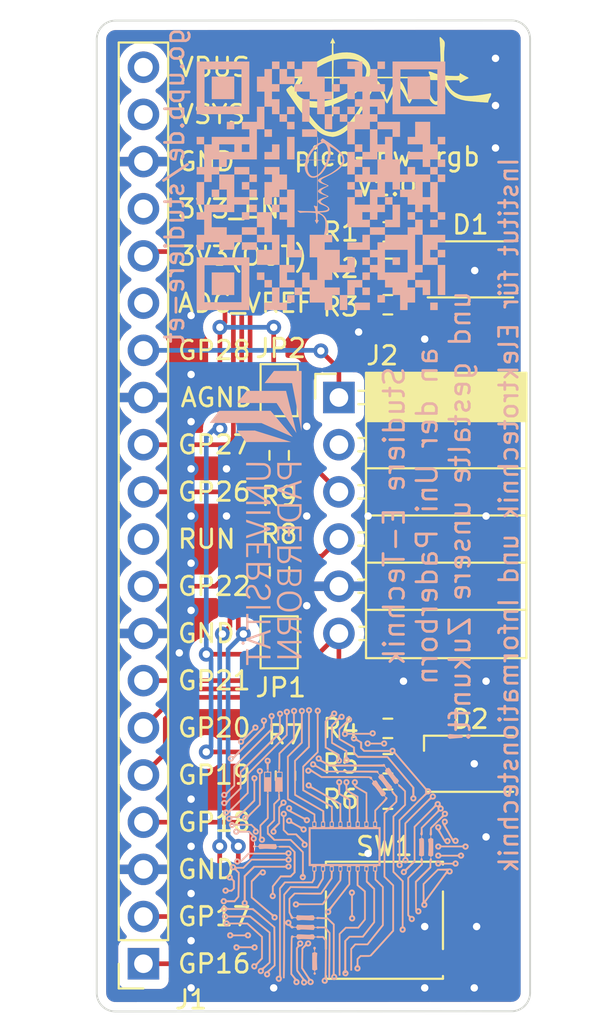
<source format=kicad_pcb>
(kicad_pcb (version 20211014) (generator pcbnew)
  (title_block (title "Pico Pupil Project") (date "04.09.2023") (rev "V 1.0") (company "Paderborn University - Measurement Engineering Group"))
  (layers (0 "F.Cu" signal) (31 "B.Cu" signal) (34 "B.Paste" user) (35 "F.Paste" user) (36 "B.SilkS" user "B.Silkscreen") (37 "F.SilkS" user "F.Silkscreen") (38 "B.Mask" user) (39 "F.Mask" user) (44 "Edge.Cuts" user))
  (net 0 "")
  (net 1 "+3.3V")
  (net 2 "Net-(D1-Pad2)")
  (net 3 "Net-(D1-Pad3)")
  (net 4 "Net-(D1-Pad4)")
  (net 5 "Net-(D2-Pad2)")
  (net 6 "Net-(D2-Pad3)")
  (net 7 "Net-(D2-Pad4)")
  (net 8 "/SCL")
  (net 9 "/SDA")
  (net 10 "GND")
  (net 11 "/Button")
  (net 12 "Net-(J1-Pad5)")
  (net 13 "Net-(J1-Pad6)")
  (net 14 "Net-(J1-Pad7)")
  (net 15 "Net-(J1-Pad9)")
  (net 17 "Net-(J1-Pad11)")
  (net 18 "Net-(J1-Pad12)")
  (net 19 "/IO")
  (net 25 "Net-(JP1-Pad2)")
  (net 26 "Net-(JP2-Pad2)")
  (footprint "Symbol-emt:EMT-Logo_11.7x5.9mm_Silkscreen" (layer "F.Cu") (at 121.666 93.726)
    (fp_text reference "H1" hide)
    (fp_text value "EMT-Logo")
  )
  (footprint "Button_Switch-emt:SW_SPST_Schurter_1301.93XX" (layer "F.Cu") (at 121.53 138.6)
    (fp_text reference "SW1" (at 0 -3.98) (layer "F.SilkS"))
    (fp_text value "SW_Push")
    (pad "1" smd rect (at -5 -2.25) (size 3 1.4) (layers "F.Cu" "F.Paste" "F.Mask") (net 10 "GND"))
    (pad "1" smd rect (at 5 -2.25) (size 3 1.4) (layers "F.Cu" "F.Paste" "F.Mask") (net 10 "GND"))
    (pad "2" smd rect (at -5 2.25) (size 3 1.4) (layers "F.Cu" "F.Paste" "F.Mask") (net 11 "/Button"))
    (pad "2" smd rect (at 5 2.25) (size 3 1.4) (layers "F.Cu" "F.Paste" "F.Mask") (net 11 "/Button"))
  )
  (footprint "Jumper:SolderJumper-2_P1.3mm_Open_TrianglePad1.0x1.5mm" (layer "F.Cu") (at 115.865 110.065 -90)
    (fp_text reference "JP2" (at -2.252742 -0.086) (layer "F.SilkS"))
    (fp_text value "I2C1_PULLUP_SCL")
    (pad "1" smd custom (at -0.725 0 270) (size 0.3 0.3) (layers "F.Cu" "F.Mask") (net 1 "+3.3V") (options (clearance outline) (anchor rect)) (primitives (gr_poly (pts (xy 1 0) (xy 0.5 0.75) (xy -0.5 0.75) (xy -0.5 -0.75) (xy 0.5 -0.75)) (width 0) (fill yes))))
    (pad "2" smd custom (at 0.725 0 270) (size 0.3 0.3) (layers "F.Cu" "F.Mask") (net 26 "Net-(JP2-Pad2)") (options (clearance outline) (anchor rect)) (primitives (gr_poly (pts (xy 0.5 0.75) (xy -0.65 0.75) (xy -0.15 0) (xy -0.65 -0.75) (xy 0.5 -0.75)) (width 0) (fill yes))))
  )
  (footprint "Jumper:SolderJumper-2_P1.3mm_Open_TrianglePad1.0x1.5mm" (layer "F.Cu") (at 115.865 123.637258 90)
    (fp_text reference "JP1" (at -2.437742 0.086) (layer "F.SilkS"))
    (fp_text value "I2C1_PULLUP_SDA")
    (pad "1" smd custom (at -0.725 0 90) (size 0.3 0.3) (layers "F.Cu" "F.Mask") (net 1 "+3.3V") (options (clearance outline) (anchor rect)) (primitives (gr_poly (pts (xy 1 0) (xy 0.5 0.75) (xy -0.5 0.75) (xy -0.5 -0.75) (xy 0.5 -0.75)) (width 0) (fill yes))))
    (pad "2" smd custom (at 0.725 0 90) (size 0.3 0.3) (layers "F.Cu" "F.Mask") (net 25 "Net-(JP1-Pad2)") (options (clearance outline) (anchor rect)) (primitives (gr_poly (pts (xy 0.5 0.75) (xy -0.65 0.75) (xy -0.15 0) (xy -0.65 -0.75) (xy 0.5 -0.75)) (width 0) (fill yes))))
  )
  (footprint "Resistor_SMD:R_0603_1608Metric" (layer "F.Cu") (at 116.205 130.825 -90)
    (fp_text reference "R7" (at -2.215 0) (layer "F.SilkS"))
    (fp_text value "10k")
    (pad "1" smd roundrect (at -0.825 0 270) (size 0.8 0.95) (layers "F.Cu" "F.Paste" "F.Mask") (net 1 "+3.3V"))
    (pad "2" smd roundrect (at 0.825 0 270) (size 0.8 0.95) (layers "F.Cu" "F.Paste" "F.Mask") (net 11 "/Button"))
  )
  (footprint "Connector_PinSocket_2.54mm:PinSocket_1x20_P2.54mm_Vertical" (layer "F.Cu") (at 108.56 140.94 180)
    (fp_text reference "J1" (at -2.565 -1.935) (layer "F.SilkS"))
    (fp_text value "Conn_01x20_Female")
    (pad "1" thru_hole rect (at 0 0 180) (size 1.7 1.7) (drill 1) (layers *.Cu *.Mask) (net 9 "/SDA"))
    (pad "2" thru_hole oval (at 0 2.54 180) (size 1.7 1.7) (drill 1) (layers *.Cu *.Mask) (net 8 "/SCL"))
    (pad "3" thru_hole oval (at 0 5.08 180) (size 1.7 1.7) (drill 1) (layers *.Cu *.Mask) (net 10 "GND"))
    (pad "4" thru_hole oval (at 0 7.62 180) (size 1.7 1.7) (drill 1) (layers *.Cu *.Mask) (net 11 "/Button"))
    (pad "5" thru_hole oval (at 0 10.16 180) (size 1.7 1.7) (drill 1) (layers *.Cu *.Mask) (net 12 "Net-(J1-Pad5)"))
    (pad "6" thru_hole oval (at 0 12.7 180) (size 1.7 1.7) (drill 1) (layers *.Cu *.Mask) (net 13 "Net-(J1-Pad6)"))
    (pad "7" thru_hole oval (at 0 15.24 180) (size 1.7 1.7) (drill 1) (layers *.Cu *.Mask) (net 14 "Net-(J1-Pad7)"))
    (pad "8" thru_hole oval (at 0 17.78 180) (size 1.7 1.7) (drill 1) (layers *.Cu *.Mask) (net 10 "GND"))
    (pad "9" thru_hole oval (at 0 20.32 180) (size 1.7 1.7) (drill 1) (layers *.Cu *.Mask) (net 15 "Net-(J1-Pad9)"))
    (pad "10" thru_hole oval (at 0 22.86 180) (size 1.7 1.7) (drill 1) (layers *.Cu *.Mask))
    (pad "11" thru_hole oval (at 0 25.4 180) (size 1.7 1.7) (drill 1) (layers *.Cu *.Mask) (net 17 "Net-(J1-Pad11)"))
    (pad "12" thru_hole oval (at 0 27.94 180) (size 1.7 1.7) (drill 1) (layers *.Cu *.Mask) (net 18 "Net-(J1-Pad12)"))
    (pad "13" thru_hole oval (at 0 30.48 180) (size 1.7 1.7) (drill 1) (layers *.Cu *.Mask) (net 10 "GND"))
    (pad "14" thru_hole oval (at 0 33.02 180) (size 1.7 1.7) (drill 1) (layers *.Cu *.Mask) (net 19 "/IO"))
    (pad "15" thru_hole oval (at 0 35.56 180) (size 1.7 1.7) (drill 1) (layers *.Cu *.Mask))
    (pad "16" thru_hole oval (at 0 38.1 180) (size 1.7 1.7) (drill 1) (layers *.Cu *.Mask) (net 1 "+3.3V"))
    (pad "17" thru_hole oval (at 0 40.64 180) (size 1.7 1.7) (drill 1) (layers *.Cu *.Mask))
    (pad "18" thru_hole oval (at 0 43.18 180) (size 1.7 1.7) (drill 1) (layers *.Cu *.Mask) (net 10 "GND"))
    (pad "19" thru_hole oval (at 0 45.72 180) (size 1.7 1.7) (drill 1) (layers *.Cu *.Mask))
    (pad "20" thru_hole oval (at 0 48.26 180) (size 1.7 1.7) (drill 1) (layers *.Cu *.Mask))
  )
  (footprint "Resistor_SMD:R_0603_1608Metric" (layer "F.Cu") (at 121.715 132.08 180)
    (fp_text reference "R6" (at 2.54 0) (layer "F.SilkS"))
    (fp_text value "1 kΩ")
    (pad "1" smd roundrect (at -0.825 0 180) (size 0.8 0.95) (layers "F.Cu" "F.Paste" "F.Mask") (net 5 "Net-(D2-Pad2)"))
    (pad "2" smd roundrect (at 0.825 0 180) (size 0.8 0.95) (layers "F.Cu" "F.Paste" "F.Mask") (net 12 "Net-(J1-Pad5)"))
  )
  (footprint "LED_SMD:LED_RGB_Wuerth-PLCC4_3.2x2.8mm_150141M173100" (layer "F.Cu") (at 126.16 103.56125)
    (fp_text reference "D1" (at 0 -2.4) (layer "F.SilkS"))
    (fp_text value "LED_ABRG")
    (pad "1" smd rect (at 1.55 -0.7) (size 1.5 0.9) (layers "F.Cu" "F.Paste" "F.Mask") (net 1 "+3.3V"))
    (pad "2" smd rect (at 1.55 0.7) (size 1.5 0.9) (layers "F.Cu" "F.Paste" "F.Mask") (net 2 "Net-(D1-Pad2)"))
    (pad "3" smd rect (at -1.55 -0.7) (size 1.5 0.9) (layers "F.Cu" "F.Paste" "F.Mask") (net 3 "Net-(D1-Pad3)"))
    (pad "4" smd rect (at -1.55 0.7) (size 1.5 0.9) (layers "F.Cu" "F.Paste" "F.Mask") (net 4 "Net-(D1-Pad4)"))
  )
  (footprint "Resistor_SMD:R_0603_1608Metric" (layer "F.Cu") (at 115.8825 119.827258 90)
    (fp_text reference "R8" (at 2.015 -0.0175) (layer "F.SilkS"))
    (fp_text value "2.2k")
    (pad "1" smd roundrect (at -0.825 0 90) (size 0.8 0.95) (layers "F.Cu" "F.Paste" "F.Mask") (net 25 "Net-(JP1-Pad2)"))
    (pad "2" smd roundrect (at 0.825 0 90) (size 0.8 0.95) (layers "F.Cu" "F.Paste" "F.Mask") (net 9 "/SDA"))
  )
  (footprint "LED_SMD:LED_RGB_Wuerth-PLCC4_3.2x2.8mm_150141M173100" (layer "F.Cu") (at 126.16 130.175)
    (fp_text reference "D2" (at 0 -2.4) (layer "F.SilkS"))
    (fp_text value "LED_ABRG")
    (pad "1" smd rect (at 1.55 -0.7) (size 1.5 0.9) (layers "F.Cu" "F.Paste" "F.Mask") (net 1 "+3.3V"))
    (pad "2" smd rect (at 1.55 0.7) (size 1.5 0.9) (layers "F.Cu" "F.Paste" "F.Mask") (net 5 "Net-(D2-Pad2)"))
    (pad "3" smd rect (at -1.55 -0.7) (size 1.5 0.9) (layers "F.Cu" "F.Paste" "F.Mask") (net 6 "Net-(D2-Pad3)"))
    (pad "4" smd rect (at -1.55 0.7) (size 1.5 0.9) (layers "F.Cu" "F.Paste" "F.Mask") (net 7 "Net-(D2-Pad4)"))
  )
  (footprint "Resistor_SMD:R_0603_1608Metric" (layer "F.Cu") (at 121.715 105.46625 180)
    (fp_text reference "R3" (at 2.54 -0.1125) (layer "F.SilkS"))
    (fp_text value "1 kΩ")
    (pad "1" smd roundrect (at -0.825 0 180) (size 0.8 0.95) (layers "F.Cu" "F.Paste" "F.Mask") (net 2 "Net-(D1-Pad2)"))
    (pad "2" smd roundrect (at 0.825 0 180) (size 0.8 0.95) (layers "F.Cu" "F.Paste" "F.Mask") (net 15 "Net-(J1-Pad9)"))
  )
  (footprint "Pmod_Interface-emt:Pmod_Interface_Female6" (layer "F.Cu") (at 119.08 110.46)
    (fp_text reference "J2" (at 2.332 -2.256) (layer "F.SilkS"))
    (fp_text value "Pmod-Interface-GPIO6")
    (pad "1" thru_hole rect (at 0 0 180) (size 1.7 1.7) (drill 1) (layers *.Cu *.Mask) (net 19 "/IO"))
    (pad "2" thru_hole oval (at 0 2.54 180) (size 1.7 1.7) (drill 1) (layers *.Cu *.Mask))
    (pad "3" thru_hole oval (at 0 5.08 180) (size 1.7 1.7) (drill 1) (layers *.Cu *.Mask) (net 8 "/SCL"))
    (pad "4" thru_hole oval (at 0 7.62 180) (size 1.7 1.7) (drill 1) (layers *.Cu *.Mask) (net 9 "/SDA"))
    (pad "5" thru_hole oval (at 0 10.16 180) (size 1.7 1.7) (drill 1) (layers *.Cu *.Mask) (net 10 "GND"))
    (pad "6" thru_hole circle (at 0 12.7 180) (size 1.7 1.7) (drill 1) (layers *.Cu *.Mask) (net 1 "+3.3V"))
  )
  (footprint "Resistor_SMD:R_0603_1608Metric" (layer "F.Cu") (at 121.715 101.54375 180)
    (fp_text reference "R1" (at 2.54 0) (layer "F.SilkS"))
    (fp_text value "470 Ω")
    (pad "1" smd roundrect (at -0.825 0 180) (size 0.8 0.95) (layers "F.Cu" "F.Paste" "F.Mask") (net 3 "Net-(D1-Pad3)"))
    (pad "2" smd roundrect (at 0.825 0 180) (size 0.8 0.95) (layers "F.Cu" "F.Paste" "F.Mask") (net 18 "Net-(J1-Pad12)"))
  )
  (footprint "Resistor_SMD:R_0603_1608Metric" (layer "F.Cu") (at 121.715 128.27 180)
    (fp_text reference "R4" (at 2.54 0) (layer "F.SilkS"))
    (fp_text value "470 Ω")
    (pad "1" smd roundrect (at -0.825 0 180) (size 0.8 0.95) (layers "F.Cu" "F.Paste" "F.Mask") (net 6 "Net-(D2-Pad3)"))
    (pad "2" smd roundrect (at 0.825 0 180) (size 0.8 0.95) (layers "F.Cu" "F.Paste" "F.Mask") (net 14 "Net-(J1-Pad7)"))
  )
  (footprint "Resistor_SMD:R_0603_1608Metric" (layer "F.Cu") (at 121.715 103.505 180)
    (fp_text reference "R2" (at 2.54 0) (layer "F.SilkS"))
    (fp_text value "1.5 kΩ")
    (pad "1" smd roundrect (at -0.825 0 180) (size 0.8 0.95) (layers "F.Cu" "F.Paste" "F.Mask") (net 4 "Net-(D1-Pad4)"))
    (pad "2" smd roundrect (at 0.825 0 180) (size 0.8 0.95) (layers "F.Cu" "F.Paste" "F.Mask") (net 17 "Net-(J1-Pad11)"))
  )
  (footprint "Resistor_SMD:R_0603_1608Metric" (layer "F.Cu") (at 115.865 113.575 -90)
    (fp_text reference "R9" (at 2.2 0) (layer "F.SilkS"))
    (fp_text value "2.2k")
    (pad "1" smd roundrect (at -0.825 0 270) (size 0.8 0.95) (layers "F.Cu" "F.Paste" "F.Mask") (net 26 "Net-(JP2-Pad2)"))
    (pad "2" smd roundrect (at 0.825 0 270) (size 0.8 0.95) (layers "F.Cu" "F.Paste" "F.Mask") (net 8 "/SCL"))
  )
  (footprint "Resistor_SMD:R_0603_1608Metric" (layer "F.Cu") (at 121.715 130.175 180)
    (fp_text reference "R5" (at 2.54 0) (layer "F.SilkS"))
    (fp_text value "1.5 kΩ")
    (pad "1" smd roundrect (at -0.825 0 180) (size 0.8 0.95) (layers "F.Cu" "F.Paste" "F.Mask") (net 7 "Net-(D2-Pad4)"))
    (pad "2" smd roundrect (at 0.825 0 180) (size 0.8 0.95) (layers "F.Cu" "F.Paste" "F.Mask") (net 13 "Net-(J1-Pad6)"))
  )
  (footprint "Symbol-emt:qr-studiere-et_15x16" (layer "B.Cu") (at 118.11 99.06 -90)
    (fp_text reference "H3")
    (fp_text value "QR-Link")
    (fp_text user "go.upb.de/studiere-et" (at 0 7.874 90 unlocked) (layer "B.SilkS") (effects (justify mirror)))
  )
  (footprint "Symbol-emt:UPB-Logo_De_15.9X5.6mm" (layer "B.Cu") (at 115.75 118.85 -90)
    (fp_text reference "H2" hide)
    (fp_text value "UPB-Logo")
  )
  (footprint "LOGO" (layer "B.Cu") (at 119.38 134.62 -90)
    (fp_text reference "G***" hide)
    (fp_text value "LOGO" hide)
  )
  (gr_arc (start 129.37 142.5) (mid 129.077107 143.207107) (end 128.37 143.5) (layer "Edge.Cuts") (width 0.1))
  (gr_line (start 128.37 143.5) (end 107.045 143.51) (layer "Edge.Cuts") (width 0.1))
  (gr_line (start 107.045 90.17) (end 128.37 90.16) (layer "Edge.Cuts") (width 0.1))
  (gr_arc (start 107.045 143.51) (mid 106.337893 143.217107) (end 106.045 142.51) (layer "Edge.Cuts") (width 0.1))
  (gr_line (start 129.37 91.16) (end 129.37 142.5) (layer "Edge.Cuts") (width 0.1))
  (gr_line (start 106.045 142.51) (end 106.045 91.17) (layer "Edge.Cuts") (width 0.1))
  (gr_arc (start 106.045001 91.17) (mid 106.342491 90.467491) (end 107.045 90.170001) (layer "Edge.Cuts") (width 0.1))
  (gr_arc (start 128.37 90.16) (mid 129.077107 90.452893) (end 129.37 91.16) (layer "Edge.Cuts") (width 0.1))
  (gr_text "Studiere E-Technik\nan der Uni Paderborn\nund gestalte unsere Zukunft!" (at 123.825 116.84 90) (layer "B.SilkS") (effects (font (size 1.1 1.1)) (justify mirror)))
  (gr_text "Institut für Elektrotechnik und Informationstechnik" (at 128.2192 116.7892 90) (layer "B.SilkS") (effects (font (size 1 1)) (justify mirror)))
  (gr_text "GND" (at 111.941428 97.76) (layer "F.SilkS") (effects (font (size 1 1))))
  (gr_text "GP26" (at 112.37 115.54) (layer "F.SilkS") (effects (font (size 1 1))))
  (gr_text "3V3(OUT)" (at 113.893809 102.84) (layer "F.SilkS") (effects (font (size 1 1))))
  (gr_text "GP16" (at 112.37 140.94) (layer "F.SilkS") (effects (font (size 1 1))))
  (gr_text "3V3_EN" (at 113.155714 100.3) (layer "F.SilkS") (effects (font (size 1 1))))
  (gr_text "VBUS" (at 112.34619 92.68) (layer "F.SilkS") (effects (font (size 1 1))))
  (gr_text "GP19" (at 112.37 130.78) (layer "F.SilkS") (effects (font (size 1 1))))
  (gr_text "GND" (at 111.941428 135.86) (layer "F.SilkS") (effects (font (size 1 1))))
  (gr_text "GND" (at 111.941428 123.16) (layer "F.SilkS") (effects (font (size 1 1))))
  (gr_text "GP20" (at 112.37 128.24) (layer "F.SilkS") (effects (font (size 1 1))))
  (gr_text "GP28" (at 112.37 107.92) (layer "F.SilkS") (effects (font (size 1 1))))
  (gr_text "RUN" (at 111.965238 118.08) (layer "F.SilkS") (effects (font (size 1 1))))
  (gr_text "GP18" (at 112.37 133.32) (layer "F.SilkS") (effects (font (size 1 1))))
  (gr_text "AGND" (at 112.522 110.46) (layer "F.SilkS") (effects (font (size 1 1))))
  (gr_text "GP21" (at 112.37 125.7) (layer "F.SilkS") (effects (font (size 1 1))))
  (gr_text "GP22" (at 112.37 120.62) (layer "F.SilkS") (effects (font (size 1 1))))
  (gr_text "VSYS" (at 112.227143 95.22) (layer "F.SilkS") (effects (font (size 1 1))))
  (gr_text "pico-hw-rgb\nV1.0" (at 121.666 98.298) (layer "F.SilkS") (effects (font (size 1 1))))
  (gr_text "GP27" (at 112.37 113) (layer "F.SilkS") (effects (font (size 1 1))))
  (gr_text "GP17" (at 112.37 138.4) (layer "F.SilkS") (effects (font (size 1 1))))
  (gr_text "ADC_VREF" (at 114.036666 105.38) (layer "F.SilkS") (effects (font (size 1 1))))
  (segment (start 112.95 102.95) (end 113.205 102.695) (width 0.25) (layer "F.Cu") (net 1))
  (segment (start 119.192354 102.605) (end 113.095 102.605) (width 0.25) (layer "F.Cu") (net 1))
  (segment (start 112.95 102.95) (end 112.95 102.75) (width 0.25) (layer "F.Cu") (net 1))
  (segment (start 117.877742 124.362258) (end 119.08 123.16) (width 0.25) (layer "F.Cu") (net 1))
  (segment (start 115.865 124.362258) (end 117.877742 124.362258) (width 0.25) (layer "F.Cu") (net 1))
  (segment (start 115.745 129.54) (end 116.205 130) (width 0.25) (layer "F.Cu") (net 1))
  (segment (start 112.6755 106.68) (end 112.95 106.4055) (width 0.25) (layer "F.Cu") (net 1))
  (segment (start 115.57 109.045) (end 115.57 106.68) (width 0.25) (layer "F.Cu") (net 1))
  (segment (start 112.6755 106.68) (end 112.6755 112.137952) (width 0.25) (layer "F.Cu") (net 1))
  (segment (start 126.48325 102.86125) (end 124.36575 100.74375) (width 0.25) (layer "F.Cu") (net 1))
  (segment (start 120.472538 100.74375) (end 120.165 101.051288) (width 0.25) (layer "F.Cu") (net 1))
  (segment (start 120.165 101.632354) (end 119.192354 102.605) (width 0.25) (layer "F.Cu") (net 1))
  (segment (start 119.08 123.16) (end 119.08 125.212208) (width 0.25) (layer "F.Cu") (net 1))
  (segment (start 127.71 102.86125) (end 126.48325 102.86125) (width 0.25) (layer "F.Cu") (net 1))
  (segment (start 112.95 106.4055) (end 112.95 103.05) (width 0.25) (layer "F.Cu") (net 1))
  (segment (start 113.095 102.605) (end 112.605 102.605) (width 0.25) (layer "F.Cu") (net 1))
  (segment (start 124.36575 100.74375) (end 120.472538 100.74375) (width 0.25) (layer "F.Cu") (net 1))
  (segment (start 119.08 125.212208) (end 120.867792 127) (width 0.25) (layer "F.Cu") (net 1))
  (segment (start 120.867792 127) (end 127 127) (width 0.25) (layer "F.Cu") (net 1))
  (segment (start 127 127) (end 127.71 127.71) (width 0.25) (layer "F.Cu") (net 1))
  (segment (start 112.95 102.75) (end 113.095 102.605) (width 0.25) (layer "F.Cu") (net 1))
  (segment (start 120.165 101.051288) (end 120.165 101.632354) (width 0.25) (layer "F.Cu") (net 1))
  (segment (start 112.95 103.05) (end 112.95 102.95) (width 0.25) (layer "F.Cu") (net 1))
  (segment (start 112.605 102.605) (end 108.795 102.605) (width 0.25) (layer "F.Cu") (net 1))
  (segment (start 127.71 127.71) (end 127.71 129.475) (width 0.25) (layer "F.Cu") (net 1))
  (segment (start 111.940997 129.54) (end 115.745 129.54) (width 0.25) (layer "F.Cu") (net 1))
  (segment (start 111.940997 124.279003) (end 115.781745 124.279003) (width 0.25) (layer "F.Cu") (net 1))
  (segment (start 112.95 102.95) (end 112.605 102.605) (width 0.25) (layer "F.Cu") (net 1))
  (via (at 112.6755 106.68) (size 0.8) (drill 0.4) (layers "F.Cu" "B.Cu") (net 1))
  (via (at 115.57 106.68) (size 0.8) (drill 0.4) (layers "F.Cu" "B.Cu") (net 1))
  (via (at 111.940997 129.54) (size 0.8) (drill 0.4) (layers "F.Cu" "B.Cu") (net 1))
  (via (at 112.6755 112.137952) (size 0.8) (drill 0.4) (layers "F.Cu" "B.Cu") (net 1))
  (via (at 111.940997 124.279003) (size 0.8) (drill 0.4) (layers "F.Cu" "B.Cu") (net 1))
  (segment (start 111.940997 112.589003) (end 111.940997 124.279003) (width 0.25) (layer "B.Cu") (net 1))
  (segment (start 112.392048 112.137952) (end 111.940997 112.589003) (width 0.25) (layer "B.Cu") (net 1))
  (segment (start 112.2 124.538006) (end 112.2 129.280997) (width 0.25) (layer "B.Cu") (net 1))
  (segment (start 115.57 106.68) (end 112.6755 106.68) (width 0.25) (layer "B.Cu") (net 1))
  (segment (start 112.2 129.280997) (end 111.940997 129.54) (width 0.25) (layer "B.Cu") (net 1))
  (segment (start 111.940997 124.279003) (end 112.2 124.538006) (width 0.25) (layer "B.Cu") (net 1))
  (segment (start 112.6755 112.137952) (end 112.392048 112.137952) (width 0.25) (layer "B.Cu") (net 1))
  (segment (start 122.54 105.46625) (end 125.16575 105.46625) (width 0.25) (layer "F.Cu") (net 2))
  (segment (start 126.151375 104.480625) (end 127.71 104.480625) (width 0.25) (layer "F.Cu") (net 2))
  (segment (start 125.16575 105.46625) (end 126.151375 104.480625) (width 0.25) (layer "F.Cu") (net 2))
  (segment (start 123.2925 101.54375) (end 124.61 102.86125) (width 0.25) (layer "F.Cu") (net 3))
  (segment (start 122.54 101.54375) (end 123.2925 101.54375) (width 0.25) (layer "F.Cu") (net 3))
  (segment (start 122.54 103.505) (end 123.19 103.505) (width 0.25) (layer "F.Cu") (net 4))
  (segment (start 123.19 103.505) (end 123.825 104.14) (width 0.25) (layer "F.Cu") (net 4))
  (segment (start 122.54 132.08) (end 126.505 132.08) (width 0.25) (layer "F.Cu") (net 5))
  (segment (start 126.505 132.08) (end 127.71 130.875) (width 0.25) (layer "F.Cu") (net 5))
  (segment (start 124.25 128.27) (end 124.61 128.63) (width 0.25) (layer "F.Cu") (net 6))
  (segment (start 124.61 128.63) (end 124.61 129.475) (width 0.25) (layer "F.Cu") (net 6))
  (segment (start 122.54 128.27) (end 124.25 128.27) (width 0.25) (layer "F.Cu") (net 6))
  (segment (start 122.54 130.175) (end 123.24 130.875) (width 0.25) (layer "F.Cu") (net 7))
  (segment (start 123.24 130.875) (end 124.61 130.875) (width 0.25) (layer "F.Cu") (net 7))
  (segment (start 112.665497 137.524503) (end 111.79 138.4) (width 0.25) (layer "F.Cu") (net 8))
  (segment (start 112.665497 134.62) (end 112.665497 137.524503) (width 0.25) (layer "F.Cu") (net 8))
  (segment (start 114.935 115.33) (end 115.865 114.4) (width 0.25) (layer "F.Cu") (net 8))
  (segment (start 113.215 121.033362) (end 114.935 119.313362) (width 0.25) (layer "F.Cu") (net 8))
  (segment (start 115.865 114.4) (end 117.94 114.4) (width 0.25) (layer "F.Cu") (net 8))
  (segment (start 117.94 114.4) (end 119.08 115.54) (width 0.25) (layer "F.Cu") (net 8))
  (segment (start 113.215 122.783693) (end 113.215 121.033362) (width 0.25) (layer "F.Cu") (net 8))
  (segment (start 112.808693 123.19) (end 113.215 122.783693) (width 0.25) (layer "F.Cu") (net 8))
  (segment (start 114.935 119.313362) (end 114.935 115.33) (width 0.25) (layer "F.Cu") (net 8))
  (segment (start 111.79 138.4) (end 108.56 138.4) (width 0.25) (layer "F.Cu") (net 8))
  (via (at 112.808693 123.19) (size 0.8) (drill 0.4) (layers "F.Cu" "B.Cu") (net 8))
  (via (at 112.665497 134.62) (size 0.8) (drill 0.4) (layers "F.Cu" "B.Cu") (net 8))
  (segment (start 112.808693 123.19) (end 112.665497 123.333196) (width 0.25) (layer "B.Cu") (net 8))
  (segment (start 112.665497 123.333196) (end 112.665497 134.62) (width 0.25) (layer "B.Cu") (net 8))
  (segment (start 113.665 134.62) (end 113.665 140.335) (width 0.25) (layer "F.Cu") (net 9))
  (segment (start 113.665 140.335) (end 113.06 140.94) (width 0.25) (layer "F.Cu") (net 9))
  (segment (start 113.06 140.94) (end 108.56 140.94) (width 0.25) (layer "F.Cu") (net 9))
  (segment (start 113.9395 123.19) (end 113.665 122.9155) (width 0.25) (layer "F.Cu") (net 9))
  (segment (start 115.8825 119.002258) (end 118.157742 119.002258) (width 0.25) (layer "F.Cu") (net 9))
  (segment (start 118.157742 119.002258) (end 119.08 118.08) (width 0.25) (layer "F.Cu") (net 9))
  (segment (start 113.665 121.219758) (end 115.8825 119.002258) (width 0.25) (layer "F.Cu") (net 9))
  (segment (start 113.665 122.9155) (end 113.665 121.219758) (width 0.25) (layer "F.Cu") (net 9))
  (via (at 113.9395 123.19) (size 0.8) (drill 0.4) (layers "F.Cu" "B.Cu") (net 9))
  (via (at 113.665 134.62) (size 0.8) (drill 0.4) (layers "F.Cu" "B.Cu") (net 9))
  (segment (start 113.390497 134.345497) (end 113.665 134.62) (width 0.25) (layer "B.Cu") (net 9))
  (segment (start 113.115497 134.044695) (end 113.390497 134.319695) (width 0.25) (layer "B.Cu") (net 9))
  (segment (start 113.115497 124.014003) (end 113.115497 134.044695) (width 0.25) (layer "B.Cu") (net 9))
  (segment (start 113.9395 123.19) (end 113.115497 124.014003) (width 0.25) (layer "B.Cu") (net 9))
  (segment (start 113.390497 134.319695) (end 113.390497 134.345497) (width 0.25) (layer "B.Cu") (net 9))
  (via (at 111.125 121.92) (size 0.8) (drill 0.4) (layers "F.Cu" "B.Cu") (net 10))
  (via (at 123.698 107.315) (size 0.8) (drill 0.4) (layers "F.Cu" "B.Cu") (net 10))
  (via (at 111.125 134.62) (size 0.8) (drill 0.4) (layers "F.Cu" "B.Cu") (net 10))
  (via (at 120.65 116.84) (size 0.8) (drill 0.4) (layers "F.Cu" "B.Cu") (net 10))
  (via (at 111.125 109.22) (size 0.8) (drill 0.4) (layers "F.Cu" "B.Cu") (net 10))
  (via (at 126.492 138.938) (size 0.8) (drill 0.4) (layers "F.Cu" "B.Cu") (net 10))
  (via (at 111.125 119.38) (size 0.8) (drill 0.4) (layers "F.Cu" "B.Cu") (net 10))
  (via (at 126.389978 103.625569) (size 0.8) (drill 0.4) (layers "F.Cu" "B.Cu") (net 10))
  (via (at 111.125 114.3) (size 0.8) (drill 0.4) (layers "F.Cu" "B.Cu") (net 10))
  (via (at 111.125 137.16) (size 0.8) (drill 0.4) (layers "F.Cu" "B.Cu") (net 10))
  (via (at 127.508 94.742) (size 0.8) (drill 0.4) (layers "F.Cu" "B.Cu") (net 10))
  (via (at 127.508 97.028) (size 0.8) (drill 0.4) (layers "F.Cu" "B.Cu") (net 10))
  (via (at 117.348 112.014) (size 0.8) (drill 0.4) (layers "F.Cu" "B.Cu") (net 10))
  (via (at 117.348 116.84) (size 0.8) (drill 0.4) (layers "F.Cu" "B.Cu") (net 10))
  (via (at 111.125 116.84) (size 0.8) (drill 0.4) (layers "F.Cu" "B.Cu") (net 10))
  (via (at 127 134.112) (size 0.8) (drill 0.4) (layers "F.Cu" "B.Cu") (net 10))
  (via (at 120.65 135.001) (size 0.8) (drill 0.4) (layers "F.Cu" "B.Cu") (net 10))
  (via (at 111.125 139.7) (size 0.8) (drill 0.4) (layers "F.Cu" "B.Cu") (net 10))
  (via (at 127 125.73) (size 0.8) (drill 0.4) (layers "F.Cu" "B.Cu") (net 10))
  (via (at 120.142 106.934) (size 0.8) (drill 0.4) (layers "F.Cu" "B.Cu") (net 10))
  (via (at 127 116.84) (size 0.8) (drill 0.4) (layers "F.Cu" "B.Cu") (net 10))
  (via (at 111.125 111.76) (size 0.8) (drill 0.4) (layers "F.Cu" "B.Cu") (net 10))
  (via (at 123.698 142.24) (size 0.8) (drill 0.4) (layers "F.Cu" "B.Cu") (net 10))
  (via (at 110.49 124.206) (size 0.8) (drill 0.4) (layers "F.Cu" "B.Cu") (net 10))
  (via (at 111.125 132.08) (size 0.8) (drill 0.4) (layers "F.Cu" "B.Cu") (net 10))
  (via (at 117.348 121.666) (size 0.8) (drill 0.4) (layers "F.Cu" "B.Cu") (net 10))
  (via (at 113.03 114.3) (size 0.8) (drill 0.4) (layers "F.Cu" "B.Cu") (net 10))
  (via (at 123.698 138.938) (size 0.8) (drill 0.4) (layers "F.Cu" "B.Cu") (net 10))
  (via (at 111.125 142.24) (size 0.8) (drill 0.4) (layers "F.Cu" "B.Cu") (net 10))
  (via (at 122.555 125.73) (size 0.8) (drill 0.4) (layers "F.Cu" "B.Cu") (net 10))
  (via (at 126.365 130.175) (size 0.8) (drill 0.4) (layers "F.Cu" "B.Cu") (net 10))
  (via (at 126.365 142.24) (size 0.8) (drill 0.4) (layers "F.Cu" "B.Cu") (net 10))
  (via (at 111.125 106.045) (size 0.8) (drill 0.4) (layers "F.Cu" "B.Cu") (net 10))
  (via (at 113.03 116.84) (size 0.8) (drill 0.4) (layers "F.Cu" "B.Cu") (net 10))
  (via (at 127.508 92.202) (size 0.8) (drill 0.4) (layers "F.Cu" "B.Cu") (net 10))
  (via (at 115.57 142.24) (size 0.8) (drill 0.4) (layers "F.Cu" "B.Cu") (net 10))
  (segment (start 114.39 133.38) (end 114.33 133.32) (width 0.25) (layer "F.Cu") (net 11))
  (segment (start 114.39 133.6686) (end 114.3646 133.6686) (width 0.25) (layer "F.Cu") (net 11))
  (segment (start 114.016 133.32) (end 114.33 133.32) (width 0.25) (layer "F.Cu") (net 11))
  (segment (start 115.45 140.85) (end 114.39 139.79) (width 0.25) (layer "F.Cu") (net 11))
  (segment (start 116.205 132.715) (end 116.205 131.65) (width 0.25) (layer "F.Cu") (net 11))
  (segment (start 114.39 133.6686) (end 114.39 133.38) (width 0.25) (layer "F.Cu") (net 11))
  (segment (start 114.33 133.32) (end 114.8126 133.32) (width 0.25) (layer "F.Cu") (net 11))
  (segment (start 115.6 133.32) (end 116.205 132.715) (width 0.25) (layer "F.Cu") (net 11))
  (segment (start 114.39 133.6686) (end 114.464 133.6686) (width 0.25) (layer "F.Cu") (net 11))
  (segment (start 116.53 140.85) (end 126.53 140.85) (width 0.25) (layer "F.Cu") (net 11))
  (segment (start 114.39 139.79) (end 114.39 133.6686) (width 0.25) (layer "F.Cu") (net 11))
  (segment (start 114.464 133.6686) (end 114.8126 133.32) (width 0.25) (layer "F.Cu") (net 11))
  (segment (start 114.3646 133.6686) (end 114.016 133.32) (width 0.25) (layer "F.Cu") (net 11))
  (segment (start 108.56 133.32) (end 114.016 133.32) (width 0.25) (layer "F.Cu") (net 11))
  (segment (start 114.8126 133.32) (end 115.6 133.32) (width 0.25) (layer "F.Cu") (net 11))
  (segment (start 119.565 130.755) (end 119.565 127.606396) (width 0.25) (layer "F.Cu") (net 12))
  (segment (start 109.735 129.605) (end 108.56 130.78) (width 0.25) (layer "F.Cu") (net 12))
  (segment (start 118.558604 126.6) (end 110.89 126.6) (width 0.25) (layer "F.Cu") (net 12))
  (segment (start 120.89 132.08) (end 119.565 130.755) (width 0.25) (layer "F.Cu") (net 12))
  (segment (start 110.89 126.6) (end 109.735 127.755) (width 0.25) (layer "F.Cu") (net 12))
  (segment (start 109.735 127.755) (end 109.735 129.605) (width 0.25) (layer "F.Cu") (net 12))
  (segment (start 119.565 127.606396) (end 118.558604 126.6) (width 0.25) (layer "F.Cu") (net 12))
  (segment (start 120.015 127.42) (end 120.015 129.54) (width 0.25) (layer "F.Cu") (net 13))
  (segment (start 120.015 129.54) (end 120.65 130.175) (width 0.25) (layer "F.Cu") (net 13))
  (segment (start 108.56 128.24) (end 110.65 126.15) (width 0.25) (layer "F.Cu") (net 13))
  (segment (start 118.745 126.15) (end 120.015 127.42) (width 0.25) (layer "F.Cu") (net 13))
  (segment (start 110.65 126.15) (end 118.745 126.15) (width 0.25) (layer "F.Cu") (net 13))
  (segment (start 108.56 125.7) (end 118.931396 125.7) (width 0.25) (layer "F.Cu") (net 14))
  (segment (start 118.931396 125.7) (end 120.89 127.658604) (width 0.25) (layer "F.Cu") (net 14))
  (segment (start 120.89 127.658604) (end 120.89 128.27) (width 0.25) (layer "F.Cu") (net 14))
  (segment (start 112.425 120.62) (end 114.3 118.745) (width 0.25) (layer "F.Cu") (net 15))
  (segment (start 114.3 118.745) (end 114.3 104.3) (width 0.25) (layer "F.Cu") (net 15))
  (segment (start 108.56 120.62) (end 112.425 120.62) (width 0.25) (layer "F.Cu") (net 15))
  (segment (start 114.645 103.955) (end 119.37875 103.955) (width 0.25) (layer "F.Cu") (net 15))
  (segment (start 119.37875 103.955) (end 120.89 105.46625) (width 0.25) (layer "F.Cu") (net 15))
  (segment (start 114.3 104.3) (end 114.645 103.955) (width 0.25) (layer "F.Cu") (net 15))
  (segment (start 108.56 115.54) (end 113.06 115.54) (width 0.25) (layer "F.Cu") (net 17))
  (segment (start 113.06 115.54) (end 113.85 114.75) (width 0.25) (layer "F.Cu") (net 17))
  (segment (start 113.85 114.75) (end 113.85 103.955) (width 0.25) (layer "F.Cu") (net 17))
  (segment (start 113.85 103.955) (end 114.3 103.505) (width 0.25) (layer "F.Cu") (net 17))
  (segment (start 114.3 103.505) (end 120.89 103.505) (width 0.25) (layer "F.Cu") (net 17))
  (segment (start 113.4 103.768604) (end 114.113604 103.055) (width 0.25) (layer "F.Cu") (net 18))
  (segment (start 113.06 113) (end 113.4 112.66) (width 0.25) (layer "F.Cu") (net 18))
  (segment (start 119.37875 103.055) (end 120.89 101.54375) (width 0.25) (layer "F.Cu") (net 18))
  (segment (start 114.113604 103.055) (end 119.37875 103.055) (width 0.25) (layer "F.Cu") (net 18))
  (segment (start 113.4 112.66) (end 113.4 103.768604) (width 0.25) (layer "F.Cu") (net 18))
  (segment (start 108.56 113) (end 113.06 113) (width 0.25) (layer "F.Cu") (net 18))
  (segment (start 119.08 108.92) (end 119.08 110.46) (width 0.25) (layer "F.Cu") (net 19))
  (segment (start 118.11 107.95) (end 119.08 108.92) (width 0.25) (layer "F.Cu") (net 19))
  (via (at 118.11 107.95) (size 0.8) (drill 0.4) (layers "F.Cu" "B.Cu") (net 19))
  (segment (start 108.56 107.92) (end 118.08 107.92) (width 0.25) (layer "B.Cu") (net 19))
  (segment (start 118.08 107.92) (end 118.11 107.95) (width 0.25) (layer "B.Cu") (net 19))
  (segment (start 115.8825 120.652258) (end 115.8825 122.894758) (width 0.25) (layer "F.Cu") (net 25))
  (segment (start 115.865 110.79) (end 115.865 112.75) (width 0.25) (layer "F.Cu") (net 26))
  (zone (net 10) (net_name "GND") (layers F&B.Cu) (connect_pads (clearance 0.508)) (min_thickness 0.254) (fill yes (thermal_gap 0.508) (thermal_bridge_width 0.508))
    (polygon (pts (xy 130.175 144.145) (xy 105.41 144.145) (xy 105.41 89.535) (xy 130.175 89.535)))
  )
)
</source>
